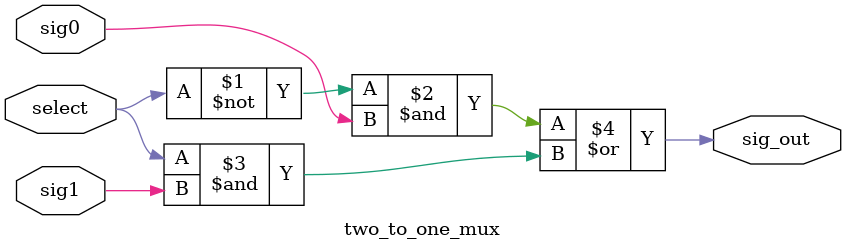
<source format=sv>
module two_to_one_mux(
	output sig_out,
	input sig0,
	input sig1,
	input select
);

assign sig_out = ~select&sig0 | select&sig1;

endmodule
</source>
